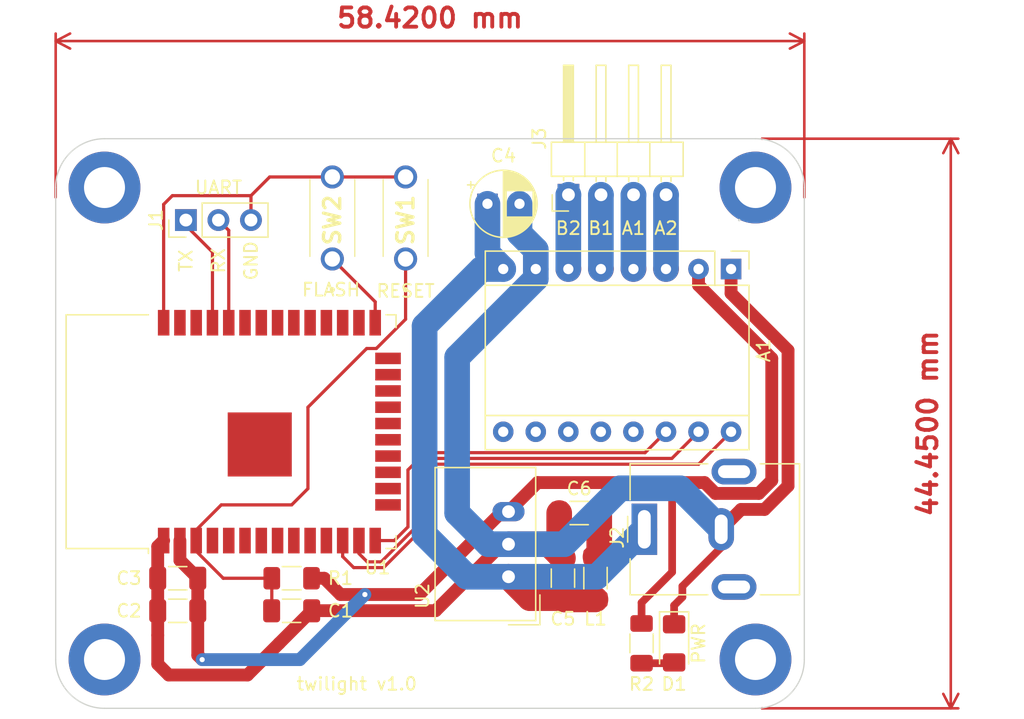
<source format=kicad_pcb>
(kicad_pcb (version 20211014) (generator pcbnew)
  (layers (0 "F.Cu" signal) (31 "B.Cu" signal) (34 "B.Paste" user) (35 "F.Paste" user) (36 "B.SilkS" user "B.Silkscreen") (37 "F.SilkS" user "F.Silkscreen") (38 "B.Mask" user) (39 "F.Mask" user) (44 "Edge.Cuts" user))
  (net 0 "")
  (net 1 "+12V")
  (net 2 "GND")
  (net 3 "+3V3")
  (net 6 "/A2")
  (net 8 "/A1")
  (net 10 "/B1")
  (net 12 "/B2")
  (net 13 "/SLP")
  (net 14 "/STEP")
  (net 15 "/DIR")
  (net 16 "Net-(C6-Pad1)")
  (net 17 "/TX")
  (net 18 "/RX")
  (net 19 "/EN")
  (net 36 "IO0")
  (net 48 "Net-(D1-Pad2)")
  (footprint "Module:Pololu_Breakout-16_15.2x20.3mm" (layer "F.Cu") (at 130.175 53.975 -90)
    (fp_text reference "A1" (at 6.35 -2.54 90) (layer "F.SilkS"))
    (fp_text value "Breakout_DRV8825")
    (fp_line (start 11.43 -1.4) (end 11.43 19.18) (layer "F.SilkS") (width 0.12))
    (fp_line (start 14.1 -1.4) (end 1.27 -1.4) (layer "F.SilkS") (width 0.12))
    (fp_line (start 1.27 -1.4) (end 1.27 1.27) (layer "F.SilkS") (width 0.12))
    (fp_line (start -1.4 19.18) (end 14.1 19.18) (layer "F.SilkS") (width 0.12))
    (fp_line (start 0 -1.4) (end -1.4 -1.4) (layer "F.SilkS") (width 0.12))
    (fp_line (start 1.27 1.27) (end 1.27 19.18) (layer "F.SilkS") (width 0.12))
    (fp_line (start -1.4 -1.4) (end -1.4 0) (layer "F.SilkS") (width 0.12))
    (fp_line (start -1.4 1.27) (end -1.4 19.18) (layer "F.SilkS") (width 0.12))
    (fp_line (start 14.1 19.18) (end 14.1 -1.4) (layer "F.SilkS") (width 0.12))
    (fp_line (start 1.27 1.27) (end -1.4 1.27) (layer "F.SilkS") (width 0.12))
    (pad "1" thru_hole rect (at 0 0 270) (size 1.6 1.6) (drill 0.8) (layers *.Cu *.Mask) (net 2 "GND"))
    (pad "2" thru_hole oval (at 0 2.54 270) (size 1.6 1.6) (drill 0.8) (layers *.Cu *.Mask) (net 3 "+3V3"))
    (pad "3" thru_hole oval (at 0 5.08 270) (size 1.6 1.6) (drill 0.8) (layers *.Cu *.Mask) (net 6 "/A2"))
    (pad "4" thru_hole oval (at 0 7.62 270) (size 1.6 1.6) (drill 0.8) (layers *.Cu *.Mask) (net 8 "/A1"))
    (pad "5" thru_hole oval (at 0 10.16 270) (size 1.6 1.6) (drill 0.8) (layers *.Cu *.Mask) (net 10 "/B1"))
    (pad "6" thru_hole oval (at 0 12.7 270) (size 1.6 1.6) (drill 0.8) (layers *.Cu *.Mask) (net 12 "/B2"))
    (pad "7" thru_hole oval (at 0 15.24 270) (size 1.6 1.6) (drill 0.8) (layers *.Cu *.Mask) (net 2 "GND"))
    (pad "8" thru_hole oval (at 0 17.78 270) (size 1.6 1.6) (drill 0.8) (layers *.Cu *.Mask) (net 1 "+12V"))
    (pad "9" thru_hole oval (at 12.7 17.78 270) (size 1.6 1.6) (drill 0.8) (layers *.Cu *.Mask))
    (pad "10" thru_hole oval (at 12.7 15.24 270) (size 1.6 1.6) (drill 0.8) (layers *.Cu *.Mask))
    (pad "11" thru_hole oval (at 12.7 12.7 270) (size 1.6 1.6) (drill 0.8) (layers *.Cu *.Mask))
    (pad "12" thru_hole oval (at 12.7 10.16 270) (size 1.6 1.6) (drill 0.8) (layers *.Cu *.Mask))
    (pad "13" thru_hole oval (at 12.7 7.62 270) (size 1.6 1.6) (drill 0.8) (layers *.Cu *.Mask))
    (pad "14" thru_hole oval (at 12.7 5.08 270) (size 1.6 1.6) (drill 0.8) (layers *.Cu *.Mask) (net 13 "/SLP"))
    (pad "15" thru_hole oval (at 12.7 2.54 270) (size 1.6 1.6) (drill 0.8) (layers *.Cu *.Mask) (net 14 "/STEP"))
    (pad "16" thru_hole oval (at 12.7 0 270) (size 1.6 1.6) (drill 0.8) (layers *.Cu *.Mask) (net 15 "/DIR"))
  )
  (footprint "LED_SMD:LED_1206_3216Metric_Pad1.42x1.75mm_HandSolder" (layer "F.Cu") (at 125.73 83.185 -90)
    (fp_text reference "D1" (at 3.175 0 180) (layer "F.SilkS"))
    (fp_text value "LED")
    (fp_line (start -2.46 -1.135) (end -2.46 1.135) (layer "F.SilkS") (width 0.12))
    (fp_line (start -2.46 1.135) (end 1.6 1.135) (layer "F.SilkS") (width 0.12))
    (fp_line (start 1.6 -1.135) (end -2.46 -1.135) (layer "F.SilkS") (width 0.12))
    (pad "1" smd roundrect (at -1.4875 0 270) (size 1.425 1.75) (layers "F.Cu" "F.Paste" "F.Mask") (roundrect_rratio 0.175439) (net 2 "GND"))
    (pad "2" smd roundrect (at 1.4875 0 270) (size 1.425 1.75) (layers "F.Cu" "F.Paste" "F.Mask") (roundrect_rratio 0.175439) (net 48 "Net-(D1-Pad2)"))
  )
  (footprint "Resistor_SMD:R_1206_3216Metric_Pad1.30x1.75mm_HandSolder" (layer "F.Cu") (at 123.19 83.185 -90)
    (fp_text reference "R2" (at 3.175 0 180) (layer "F.SilkS"))
    (fp_text value "650")
    (fp_line (start -0.727064 0.91) (end 0.727064 0.91) (layer "F.SilkS") (width 0.12))
    (fp_line (start -0.727064 -0.91) (end 0.727064 -0.91) (layer "F.SilkS") (width 0.12))
    (pad "1" smd roundrect (at -1.55 0 270) (size 1.3 1.75) (layers "F.Cu" "F.Paste" "F.Mask") (roundrect_rratio 0.192308) (net 3 "+3V3"))
    (pad "2" smd roundrect (at 1.55 0 270) (size 1.3 1.75) (layers "F.Cu" "F.Paste" "F.Mask") (roundrect_rratio 0.192308) (net 48 "Net-(D1-Pad2)"))
  )
  (footprint "MountingHole:MountingHole_3.2mm_M3_DIN965_Pad" (layer "F.Cu") (at 81.28 84.445)
    (fp_text reference "H3" hide)
    (fp_text value "MountingHole")
    (pad "1" thru_hole circle (at 0 0) (size 5.6 5.6) (drill 3.2) (layers *.Cu *.Mask))
  )
  (footprint "buttons:PTS636SK43LFS" (layer "F.Cu") (at 104.775 53.19 90)
    (fp_text reference "SW1" (at 3.035 0 90) (layer "F.SilkS") (effects (font (size 1.27 1.27) (thickness 0.254))))
    (fp_text value "RESET" hide)
    (fp_line (start 0.2 -1.75) (end 6.2 -1.75) (layer "F.SilkS") (width 0.1))
    (fp_line (start -2.3 0) (end -2.3 0) (layer "F.SilkS") (width 0.2))
    (fp_line (start 0.2 1.75) (end 6.2 1.75) (layer "F.SilkS") (width 0.1))
    (fp_line (start -2.5 0) (end -2.5 0) (layer "F.SilkS") (width 0.2))
    (fp_arc (start -2.5 0) (mid -2.4 -0.1) (end -2.3 0) (layer "F.SilkS") (width 0.2))
    (fp_arc (start -2.3 0) (mid -2.4 0.1) (end -2.5 0) (layer "F.SilkS") (width 0.2))
    (pad "1" thru_hole circle (at 0 0 90) (size 1.8 1.8) (drill 1.2) (layers *.Cu *.Mask) (net 19 "/EN"))
    (pad "2" thru_hole circle (at 6.4 0 90) (size 1.8 1.8) (drill 1.2) (layers *.Cu *.Mask) (net 2 "GND"))
  )
  (footprint "Capacitor_SMD:C_1206_3216Metric_Pad1.33x1.80mm_HandSolder" (layer "F.Cu") (at 118.325 73.015 180)
    (fp_text reference "C6" (at 0 1.905 180) (layer "F.SilkS"))
    (fp_text value "10uF")
    (fp_line (start -0.711252 0.91) (end 0.711252 0.91) (layer "F.SilkS") (width 0.12))
    (fp_line (start -0.711252 -0.91) (end 0.711252 -0.91) (layer "F.SilkS") (width 0.12))
    (pad "1" smd roundrect (at -1.5625 0 180) (size 1.325 1.8) (layers "F.Cu" "F.Paste" "F.Mask") (roundrect_rratio 0.188679) (net 16 "Net-(C6-Pad1)"))
    (pad "2" smd roundrect (at 1.5625 0 180) (size 1.325 1.8) (layers "F.Cu" "F.Paste" "F.Mask") (roundrect_rratio 0.188679) (net 2 "GND"))
  )
  (footprint "Inductor_SMD:L_1206_3216Metric_Pad1.22x1.90mm_HandSolder" (layer "F.Cu") (at 119.595 78.095 90)
    (fp_text reference "L1" (at -3.175 0 180) (layer "F.SilkS"))
    (fp_text value "5.6uH")
    (fp_line (start -0.835242 0.91) (end 0.835242 0.91) (layer "F.SilkS") (width 0.12))
    (fp_line (start -0.835242 -0.91) (end 0.835242 -0.91) (layer "F.SilkS") (width 0.12))
    (pad "1" smd roundrect (at -1.6625 0 90) (size 1.225 1.9) (layers "F.Cu" "F.Paste" "F.Mask") (roundrect_rratio 0.204082) (net 1 "+12V"))
    (pad "2" smd roundrect (at 1.6625 0 90) (size 1.225 1.9) (layers "F.Cu" "F.Paste" "F.Mask") (roundrect_rratio 0.204082) (net 16 "Net-(C6-Pad1)"))
  )
  (footprint "Capacitor_SMD:C_1206_3216Metric_Pad1.33x1.80mm_HandSolder" (layer "F.Cu") (at 117.055 78.095 90)
    (fp_text reference "C5" (at -3.175 0 180) (layer "F.SilkS"))
    (fp_text value "10uF")
    (fp_line (start -0.711252 0.91) (end 0.711252 0.91) (layer "F.SilkS") (width 0.12))
    (fp_line (start -0.711252 -0.91) (end 0.711252 -0.91) (layer "F.SilkS") (width 0.12))
    (pad "1" smd roundrect (at -1.5625 0 90) (size 1.325 1.8) (layers "F.Cu" "F.Paste" "F.Mask") (roundrect_rratio 0.188679) (net 1 "+12V"))
    (pad "2" smd roundrect (at 1.5625 0 90) (size 1.325 1.8) (layers "F.Cu" "F.Paste" "F.Mask") (roundrect_rratio 0.188679) (net 2 "GND"))
  )
  (footprint "Connector_BarrelJack:BarrelJack_CUI_PJ-063AH_Horizontal" (layer "F.Cu") (at 123.405 74.285 90)
    (fp_text reference "J2" (at -0.645 -2.12 90) (layer "F.SilkS"))
    (fp_text value "Barrel_Jack")
    (fp_line (start 5.11 -1.11) (end 5.11 4.95) (layer "F.SilkS") (width 0.12))
    (fp_line (start 5.11 9.05) (end 5.11 12.11) (layer "F.SilkS") (width 0.12))
    (fp_line (start -5.11 4.95) (end -5.11 -1.11) (layer "F.SilkS") (width 0.12))
    (fp_line (start -1 -1.3) (end 1 -1.3) (layer "F.SilkS") (width 0.12))
    (fp_line (start -5.11 -1.11) (end -2.3 -1.11) (layer "F.SilkS") (width 0.12))
    (fp_line (start -5.11 12.11) (end -5.11 9.05) (layer "F.SilkS") (width 0.12))
    (fp_line (start 5.11 12.11) (end -5.11 12.11) (layer "F.SilkS") (width 0.12))
    (fp_line (start 2.3 -1.11) (end 5.11 -1.11) (layer "F.SilkS") (width 0.12))
    (pad "" np_thru_hole circle (at 0 9 90) (size 1.6 1.6) (drill 1.6) (layers *.Cu *.Mask))
    (pad "1" thru_hole rect (at 0 0 90) (size 4 2) (drill oval 3 1) (layers *.Cu *.Mask) (net 1 "+12V"))
    (pad "2" thru_hole oval (at 0 6 90) (size 3.3 2) (drill oval 2.3 1) (layers *.Cu *.Mask) (net 2 "GND"))
    (pad "MP" thru_hole oval (at 4.5 7 90) (size 2 3.5) (drill oval 1 2.5) (layers *.Cu *.Mask))
    (pad "MP" thru_hole oval (at -4.5 7 90) (size 2 3.5) (drill oval 1 2.5) (layers *.Cu *.Mask))
  )
  (footprint "RF_Module:ESP32-WROOM-32" (layer "F.Cu") (at 94.15 66.665 90)
    (fp_text reference "U1" (at -10.61 8.43) (layer "F.SilkS"))
    (fp_text value "ESP32-WROOM-32")
    (fp_line (start 9.12 9.88) (end 8.12 9.88) (layer "F.SilkS") (width 0.12))
    (fp_line (start -9.12 -15.865) (end 9.12 -15.865) (layer "F.SilkS") (width 0.12))
    (fp_line (start -9.12 -9.445) (end -9.5 -9.445) (layer "F.SilkS") (width 0.12))
    (fp_line (start 9.12 9.1) (end 9.12 9.88) (layer "F.SilkS") (width 0.12))
    (fp_line (start -9.12 -15.865) (end -9.12 -9.445) (layer "F.SilkS") (width 0.12))
    (fp_line (start -9.12 9.1) (end -9.12 9.88) (layer "F.SilkS") (width 0.12))
    (fp_line (start 9.12 -15.865) (end 9.12 -9.445) (layer "F.SilkS") (width 0.12))
    (fp_line (start -9.12 9.88) (end -8.12 9.88) (layer "F.SilkS") (width 0.12))
    (pad "1" smd rect (at -8.5 -8.255 90) (size 2 0.9) (layers "F.Cu" "F.Paste" "F.Mask") (net 2 "GND"))
    (pad "2" smd rect (at -8.5 -6.985 90) (size 2 0.9) (layers "F.Cu" "F.Paste" "F.Mask") (net 3 "+3V3"))
    (pad "3" smd rect (at -8.5 -5.715 90) (size 2 0.9) (layers "F.Cu" "F.Paste" "F.Mask") (net 19 "/EN"))
    (pad "4" smd rect (at -8.5 -4.445 90) (size 2 0.9) (layers "F.Cu" "F.Paste" "F.Mask"))
    (pad "5" smd rect (at -8.5 -3.175 90) (size 2 0.9) (layers "F.Cu" "F.Paste" "F.Mask"))
    (pad "6" smd rect (at -8.5 -1.905 90) (size 2 0.9) (layers "F.Cu" "F.Paste" "F.Mask"))
    (pad "7" smd rect (at -8.5 -0.635 90) (size 2 0.9) (layers "F.Cu" "F.Paste" "F.Mask"))
    (pad "8" smd rect (at -8.5 0.635 90) (size 2 0.9) (layers "F.Cu" "F.Paste" "F.Mask"))
    (pad "9" smd rect (at -8.5 1.905 90) (size 2 0.9) (layers "F.Cu" "F.Paste" "F.Mask"))
    (pad "10" smd rect (at -8.5 3.175 90) (size 2 0.9) (layers "F.Cu" "F.Paste" "F.Mask"))
    (pad "11" smd rect (at -8.5 4.445 90) (size 2 0.9) (layers "F.Cu" "F.Paste" "F.Mask"))
    (pad "12" smd rect (at -8.5 5.715 90) (size 2 0.9) (layers "F.Cu" "F.Paste" "F.Mask") (net 15 "/DIR"))
    (pad "13" smd rect (at -8.5 6.985 90) (size 2 0.9) (layers "F.Cu" "F.Paste" "F.Mask") (net 14 "/STEP"))
    (pad "14" smd rect (at -8.5 8.255 90) (size 2 0.9) (layers "F.Cu" "F.Paste" "F.Mask") (net 13 "/SLP"))
    (pad "15" smd rect (at -5.715 9.255 180) (size 2 0.9) (layers "F.Cu" "F.Paste" "F.Mask") (net 2 "GND"))
    (pad "16" smd rect (at -4.445 9.255 180) (size 2 0.9) (layers "F.Cu" "F.Paste" "F.Mask"))
    (pad "17" smd rect (at -3.175 9.255 180) (size 2 0.9) (layers "F.Cu" "F.Paste" "F.Mask"))
    (pad "18" smd rect (at -1.905 9.255 180) (size 2 0.9) (layers "F.Cu" "F.Paste" "F.Mask"))
    (pad "19" smd rect (at -0.635 9.255 180) (size 2 0.9) (layers "F.Cu" "F.Paste" "F.Mask"))
    (pad "20" smd rect (at 0.635 9.255 180) (size 2 0.9) (layers "F.Cu" "F.Paste" "F.Mask"))
    (pad "21" smd rect (at 1.905 9.255 180) (size 2 0.9) (layers "F.Cu" "F.Paste" "F.Mask"))
    (pad "22" smd rect (at 3.175 9.255 180) (size 2 0.9) (layers "F.Cu" "F.Paste" "F.Mask"))
    (pad "23" smd rect (at 4.445 9.255 180) (size 2 0.9) (layers "F.Cu" "F.Paste" "F.Mask"))
    (pad "24" smd rect (at 5.715 9.255 180) (size 2 0.9) (layers "F.Cu" "F.Paste" "F.Mask"))
    (pad "25" smd rect (at 8.5 8.255 90) (size 2 0.9) (layers "F.Cu" "F.Paste" "F.Mask") (net 36 "IO0"))
    (pad "26" smd rect (at 8.5 6.985 90) (size 2 0.9) (layers "F.Cu" "F.Paste" "F.Mask"))
    (pad "27" smd rect (at 8.5 5.715 90) (size 2 0.9) (layers "F.Cu" "F.Paste" "F.Mask"))
    (pad "28" smd rect (at 8.5 4.445 90) (size 2 0.9) (layers "F.Cu" "F.Paste" "F.Mask"))
    (pad "29" smd rect (at 8.5 3.175 90) (size 2 0.9) (layers "F.Cu" "F.Paste" "F.Mask"))
    (pad "30" smd rect (at 8.5 1.905 90) (size 2 0.9) (layers "F.Cu" "F.Paste" "F.Mask"))
    (pad "31" smd rect (at 8.5 0.635 90) (size 2 0.9) (layers "F.Cu" "F.Paste" "F.Mask"))
    (pad "32" smd rect (at 8.5 -0.635 90) (size 2 0.9) (layers "F.Cu" "F.Paste" "F.Mask"))
    (pad "33" smd rect (at 8.5 -1.905 90) (size 2 0.9) (layers "F.Cu" "F.Paste" "F.Mask"))
    (pad "34" smd rect (at 8.5 -3.175 90) (size 2 0.9) (layers "F.Cu" "F.Paste" "F.Mask") (net 18 "/RX"))
    (pad "35" smd rect (at 8.5 -4.445 90) (size 2 0.9) (layers "F.Cu" "F.Paste" "F.Mask") (net 17 "/TX"))
    (pad "36" smd rect (at 8.5 -5.715 90) (size 2 0.9) (layers "F.Cu" "F.Paste" "F.Mask"))
    (pad "37" smd rect (at 8.5 -6.985 90) (size 2 0.9) (layers "F.Cu" "F.Paste" "F.Mask"))
    (pad "38" smd rect (at 8.5 -8.255 90) (size 2 0.9) (layers "F.Cu" "F.Paste" "F.Mask") (net 2 "GND"))
    (pad "39" smd rect (at -1 -0.755 90) (size 5 5) (layers "F.Cu" "F.Paste" "F.Mask") (net 2 "GND"))
  )
  (footprint "Capacitor_SMD:C_1206_3216Metric_Pad1.33x1.80mm_HandSolder" (layer "F.Cu") (at 86.995 78.105 180)
    (fp_text reference "C3" (at 3.81 0 180) (layer "F.SilkS"))
    (fp_text value "0.1uF")
    (fp_line (start -0.711252 0.91) (end 0.711252 0.91) (layer "F.SilkS") (width 0.12))
    (fp_line (start -0.711252 -0.91) (end 0.711252 -0.91) (layer "F.SilkS") (width 0.12))
    (pad "1" smd roundrect (at -1.5625 0 180) (size 1.325 1.8) (layers "F.Cu" "F.Paste" "F.Mask") (roundrect_rratio 0.188679) (net 3 "+3V3"))
    (pad "2" smd roundrect (at 1.5625 0 180) (size 1.325 1.8) (layers "F.Cu" "F.Paste" "F.Mask") (roundrect_rratio 0.188679) (net 2 "GND"))
  )
  (footprint "Capacitor_THT:CP_Radial_D5.0mm_P2.50mm" (layer "F.Cu") (at 111.165 48.885)
    (fp_text reference "C4" (at 1.25 -3.75) (layer "F.SilkS"))
    (fp_text value "100uF")
    (fp_line (start 3.011 1.04) (end 3.011 1.901) (layer "F.SilkS") (width 0.12))
    (fp_line (start 2.891 1.04) (end 2.891 2.004) (layer "F.SilkS") (width 0.12))
    (fp_line (start 3.291 -1.605) (end 3.291 -1.04) (layer "F.SilkS") (width 0.12))
    (fp_line (start 2.811 -2.065) (end 2.811 -1.04) (layer "F.SilkS") (width 0.12))
    (fp_line (start 1.81 -2.52) (end 1.81 -1.04) (layer "F.SilkS") (width 0.12))
    (fp_line (start 2.291 1.04) (end 2.291 2.365) (layer "F.SilkS") (width 0.12))
    (fp_line (start 2.731 -2.122) (end 2.731 -1.04) (layer "F.SilkS") (width 0.12))
    (fp_line (start 2.131 -2.428) (end 2.131 -1.04) (layer "F.SilkS") (width 0.12))
    (fp_line (start 1.85 1.04) (end 1.85 2.511) (layer "F.SilkS") (width 0.12))
    (fp_line (start 2.411 1.04) (end 2.411 2.31) (layer "F.SilkS") (width 0.12))
    (fp_line (start 2.171 1.04) (end 2.171 2.414) (layer "F.SilkS") (width 0.12))
    (fp_line (start 2.891 -2.004) (end 2.891 -1.04) (layer "F.SilkS") (width 0.12))
    (fp_line (start 1.53 1.04) (end 1.53 2.565) (layer "F.SilkS") (width 0.12))
    (fp_line (start 3.411 1.04) (end 3.411 1.443) (layer "F.SilkS") (width 0.12))
    (fp_line (start 1.45 -2.573) (end 1.45 2.573) (layer "F.SilkS") (width 0.12))
    (fp_line (start 2.651 1.04) (end 2.651 2.175) (layer "F.SilkS") (width 0.12))
    (fp_line (start 1.61 1.04) (end 1.61 2.556) (layer "F.SilkS") (width 0.12))
    (fp_line (start 2.171 -2.414) (end 2.171 -1.04) (layer "F.SilkS") (width 0.12))
    (fp_line (start 3.171 -1.743) (end 3.171 -1.04) (layer "F.SilkS") (width 0.12))
    (fp_line (start 3.531 -1.251) (end 3.531 -1.04) (layer "F.SilkS") (width 0.12))
    (fp_line (start 2.451 -2.29) (end 2.451 -1.04) (layer "F.SilkS") (width 0.12))
    (fp_line (start 3.451 1.04) (end 3.451 1.383) (layer "F.SilkS") (width 0.12))
    (fp_line (start 3.691 -0.915) (end 3.691 0.915) (layer "F.SilkS") (width 0.12))
    (fp_line (start 2.531 1.04) (end 2.531 2.247) (layer "F.SilkS") (width 0.12))
    (fp_line (start 1.33 -2.579) (end 1.33 2.579) (layer "F.SilkS") (width 0.12))
    (fp_line (start 3.571 -1.178) (end 3.571 1.178) (layer "F.SilkS") (width 0.12))
    (fp_line (start 3.731 -0.805) (end 3.731 0.805) (layer "F.SilkS") (width 0.12))
    (fp_line (start 2.731 1.04) (end 2.731 2.122) (layer "F.SilkS") (width 0.12))
    (fp_line (start 2.931 1.04) (end 2.931 1.971) (layer "F.SilkS") (width 0.12))
    (fp_line (start 2.611 -2.2) (end 2.611 -1.04) (layer "F.SilkS") (width 0.12))
    (fp_line (start 3.251 -1.653) (end 3.251 -1.04) (layer "F.SilkS") (width 0.12))
    (fp_line (start 2.051 1.04) (end 2.051 2.455) (layer "F.SilkS") (width 0.12))
    (fp_line (start 3.131 -1.785) (end 3.131 -1.04) (layer "F.SilkS") (width 0.12))
    (fp_line (start 3.651 -1.011) (end 3.651 1.011) (layer "F.SilkS") (width 0.12))
    (fp_line (start 3.771 -0.677) (end 3.771 0.677) (layer "F.SilkS") (width 0.12))
    (fp_line (start 1.93 -2.491) (end 1.93 -1.04) (layer "F.SilkS") (width 0.12))
    (fp_line (start 2.211 -2.398) (end 2.211 -1.04) (layer "F.SilkS") (width 0.12))
    (fp_line (start 1.81 1.04) (end 1.81 2.52) (layer "F.SilkS") (width 0.12))
    (fp_line (start 2.771 1.04) (end 2.771 2.095) (layer "F.SilkS") (width 0.12))
    (fp_line (start 3.531 1.04) (end 3.531 1.251) (layer "F.SilkS") (width 0.12))
    (fp_line (start 3.491 -1.319) (end 3.491 -1.04) (layer "F.SilkS") (width 0.12))
    (fp_line (start 2.971 1.04) (end 2.971 1.937) (layer "F.SilkS") (width 0.12))
    (fp_line (start 3.611 -1.098) (end 3.611 1.098) (layer "F.SilkS") (width 0.12))
    (fp_line (start 2.491 -2.268) (end 2.491 -1.04) (layer "F.SilkS") (width 0.12))
    (fp_line (start 1.49 1.04) (end 1.49 2.569) (layer "F.SilkS") (width 0.12))
    (fp_line (start 3.411 -1.443) (end 3.411 -1.04) (layer "F.SilkS") (width 0.12))
    (fp_line (start 1.25 -2.58) (end 1.25 2.58) (layer "F.SilkS") (width 0.12))
    (fp_line (start 3.211 1.04) (end 3.211 1.699) (layer "F.SilkS") (width 0.12))
    (fp_line (start 3.171 1.04) (end 3.171 1.743) (layer "F.SilkS") (width 0.12))
    (fp_line (start 1.61 -2.556) (end 1.61 -1.04) (layer "F.SilkS") (width 0.12))
    (fp_line (start 3.371 1.04) (end 3.371 1.5) (layer "F.SilkS") (width 0.12))
    (fp_line (start 2.331 -2.348) (end 2.331 -1.04) (layer "F.SilkS") (width 0.12))
    (fp_line (start 3.451 -1.383) (end 3.451 -1.04) (layer "F.SilkS") (width 0.12))
    (fp_line (start 1.41 -2.576) (end 1.41 2.576) (layer "F.SilkS") (width 0.12))
    (fp_line (start 3.371 -1.5) (end 3.371 -1.04) (layer "F.SilkS") (width 0.12))
    (fp_line (start 1.53 -2.565) (end 1.53 -1.04) (layer "F.SilkS") (width 0.12))
    (fp_line (start 1.73 -2.536) (end 1.73 -1.04) (layer "F.SilkS") (width 0.12))
    (fp_line (start 2.491 1.04) (end 2.491 2.268) (layer "F.SilkS") (width 0.12))
    (fp_line (start 2.931 -1.971) (end 2.931 -1.04) (layer "F.SilkS") (width 0.12))
    (fp_line (start 1.57 1.04) (end 1.57 2.561) (layer "F.SilkS") (width 0.12))
    (fp_line (start 2.851 1.04) (end 2.851 2.035) (layer "F.SilkS") (width 0.12))
    (fp_line (start 2.971 -1.937) (end 2.971 -1.04) (layer "F.SilkS") (width 0.12))
    (fp_line (start 1.49 -2.569) (end 1.49 -1.04) (layer "F.SilkS") (width 0.12))
    (fp_line (start 3.051 1.04) (end 3.051 1.864) (layer "F.SilkS") (width 0.12))
    (fp_line (start 1.73 1.04) (end 1.73 2.536) (layer "F.SilkS") (width 0.12))
    (fp_line (start 3.491 1.04) (end 3.491 1.319) (layer "F.SilkS") (width 0.12))
    (fp_line (start 2.011 -2.468) (end 2.011 -1.04) (layer "F.SilkS") (width 0.12))
    (fp_line (start -1.554775 -1.475) (end -1.054775 -1.475) (layer "F.SilkS") (width 0.12))
    (fp_line (start 3.051 -1.864) (end 3.051 -1.04) (layer "F.SilkS") (width 0.12))
    (fp_line (start 1.89 -2.501) (end 1.89 -1.04) (layer "F.SilkS") (width 0.12))
    (fp_line (start 2.571 1.04) (end 2.571 2.224) (layer "F.SilkS") (width 0.12))
    (fp_line (start 2.371 1.04) (end 2.371 2.329) (layer "F.SilkS") (width 0.12))
    (fp_line (start 1.69 -2.543) (end 1.69 -1.04) (layer "F.SilkS") (width 0.12))
    (fp_line (start 3.251 1.04) (end 3.251 1.653) (layer "F.SilkS") (width 0.12))
    (fp_line (start 2.411 -2.31) (end 2.411 -1.04) (layer "F.SilkS") (width 0.12))
    (fp_line (start 3.331 1.04) (end 3.331 1.554) (layer "F.SilkS") (width 0.12))
    (fp_line (start 3.011 -1.901) (end 3.011 -1.04) (layer "F.SilkS") (width 0.12))
    (fp_line (start 2.291 -2.365) (end 2.291 -1.04) (layer "F.SilkS") (width 0.12))
    (fp_line (start 2.651 -2.175) (end 2.651 -1.04) (layer "F.SilkS") (width 0.12))
    (fp_line (start 2.691 1.04) (end 2.691 2.149) (layer "F.SilkS") (width 0.12))
    (fp_line (start 3.851 -0.284) (end 3.851 0.284) (layer "F.SilkS") (width 0.12))
    (fp_line (start 3.091 1.04) (end 3.091 1.826) (layer "F.SilkS") (width 0.12))
    (fp_line (start 3.091 -1.826) (end 3.091 -1.04) (layer "F.SilkS") (width 0.12))
    (fp_line (start 3.331 -1.554) (end 3.331 -1.04) (layer "F.SilkS") (width 0.12))
    (fp_line (start 2.611 1.04) (end 2.611 2.2) (layer "F.SilkS") (width 0.12))
    (fp_line (start 2.011 1.04) (end 2.011 2.468) (layer "F.SilkS") (width 0.12))
    (fp_line (start 1.57 -2.561) (end 1.57 -1.04) (layer "F.SilkS") (width 0.12))
    (fp_line (start 2.251 1.04) (end 2.251 2.382) (layer "F.SilkS") (width 0.12))
    (fp_line (start 2.371 -2.329) (end 2.371 -1.04) (layer "F.SilkS") (width 0.12))
    (fp_line (start 1.85 -2.511) (end 1.85 -1.04) (layer "F.SilkS") (width 0.12))
    (fp_line (start 3.131 1.04) (end 3.131 1.785) (layer "F.SilkS") (width 0.12))
    (fp_line (start 3.811 -0.518) (end 3.811 0.518) (layer "F.SilkS") (width 0.12))
    (fp_line (start 2.691 -2.149) (end 2.691 -1.04) (layer "F.SilkS") (width 0.12))
    (fp_line (start 2.091 1.04) (end 2.091 2.442) (layer "F.SilkS") (width 0.12))
    (fp_line (start 1.65 1.04) (end 1.65 2.55) (layer "F.SilkS") (width 0.12))
    (fp_line (start 2.851 -2.035) (end 2.851 -1.04) (layer "F.SilkS") (width 0.12))
    (fp_line (start 2.811 1.04) (end 2.811 2.065) (layer "F.SilkS") (width 0.12))
    (fp_line (start 2.571 -2.224) (end 2.571 -1.04) (layer "F.SilkS") (width 0.12))
    (fp_line (start 1.65 -2.55) (end 1.65 -1.04) (layer "F.SilkS") (width 0.12))
    (fp_line (start 2.331 1.04) (end 2.331 2.348) (layer "F.SilkS") (width 0.12))
    (fp_line (start 3.211 -1.699) (end 3.211 -1.04) (layer "F.SilkS") (width 0.12))
    (fp_line (start 1.37 -2.578) (end 1.37 2.578) (layer "F.SilkS") (width 0.12))
    (fp_line (start 2.531 -2.247) (end 2.531 -1.04) (layer "F.SilkS") (width 0.12))
    (fp_line (start -1.304775 -1.725) (end -1.304775 -1.225) (layer "F.SilkS") (width 0.12))
    (fp_line (start 2.051 -2.455) (end 2.051 -1.04) (layer "F.SilkS") (width 0.12))
    (fp_line (start 1.93 1.04) (end 1.93 2.491) (layer "F.SilkS") (width 0.12))
    (fp_line (start 2.091 -2.442) (end 2.091 -1.04) (layer "F.SilkS") (width 0.12))
    (fp_line (start 1.971 1.04) (end 1.971 2.48) (layer "F.SilkS") (width 0.12))
    (fp_line (start 1.77 1.04) (end 1.77 2.528) (layer "F.SilkS") (width 0.12))
    (fp_line (start 2.251 -2.382) (end 2.251 -1.04) (layer "F.SilkS") (width 0.12))
    (fp_line (start 1.89 1.04) (end 1.89 2.501) (layer "F.SilkS") (width 0.12))
    (fp_line (start 1.29 -2.58) (end 1.29 2.58) (layer "F.SilkS") (width 0.12))
    (fp_line (start 2.131 1.04) (end 2.131 2.428) (layer "F.SilkS") (width 0.12))
    (fp_line (start 2.771 -2.095) (end 2.771 -1.04) (layer "F.SilkS") (width 0.12))
    (fp_line (start 2.451 1.04) (end 2.451 2.29) (layer "F.SilkS") (width 0.12))
    (fp_line (start 3.291 1.04) (end 3.291 1.605) (layer "F.SilkS") (width 0.12))
    (fp_line (start 1.69 1.04) (end 1.69 2.543) (layer "F.SilkS") (width 0.12))
    (fp_line (start 2.211 1.04) (end 2.211 2.398) (layer "F.SilkS") (width 0.12))
    (fp_line (start 1.971 -2.48) (end 1.971 -1.04) (layer "F.SilkS") (width 0.12))
    (fp_line (start 1.77 -2.528) (end 1.77 -1.04) (layer "F.SilkS") (width 0.12))
    (fp_circle (center 1.25 0) (end 3.87 0) (layer "F.SilkS") (width 0.12) (fill none))
    (pad "1" thru_hole rect (at 0 0) (size 1.6 1.6) (drill 0.8) (layers *.Cu *.Mask) (net 1 "+12V"))
    (pad "2" thru_hole circle (at 2.5 0) (size 1.6 1.6) (drill 0.8) (layers *.Cu *.Mask) (net 2 "GND"))
  )
  (footprint "MountingHole:MountingHole_3.2mm_M3_DIN965_Pad" (layer "F.Cu") (at 81.28 47.615)
    (fp_text reference "H1" hide)
    (fp_text value "MountingHole")
    (pad "1" thru_hole circle (at 0 0) (size 5.6 5.6) (drill 3.2) (layers *.Cu *.Mask))
  )
  (footprint "Connector_PinHeader_2.54mm:PinHeader_1x03_P2.54mm_Vertical" (layer "F.Cu") (at 87.63 50.155 90)
    (fp_text reference "J1" (at 0 -2.33 90) (layer "F.SilkS"))
    (fp_text value "UART")
    (fp_line (start -1.33 -1.33) (end 0 -1.33) (layer "F.SilkS") (width 0.12))
    (fp_line (start -1.33 6.41) (end 1.33 6.41) (layer "F.SilkS") (width 0.12))
    (fp_line (start -1.33 1.27) (end 1.33 1.27) (layer "F.SilkS") (width 0.12))
    (fp_line (start -1.33 1.27) (end -1.33 6.41) (layer "F.SilkS") (width 0.12))
    (fp_line (start -1.33 0) (end -1.33 -1.33) (layer "F.SilkS") (width 0.12))
    (fp_line (start 1.33 1.27) (end 1.33 6.41) (layer "F.SilkS") (width 0.12))
    (pad "1" thru_hole rect (at 0 0 90) (size 1.7 1.7) (drill 1) (layers *.Cu *.Mask) (net 17 "/TX"))
    (pad "2" thru_hole oval (at 0 2.54 90) (size 1.7 1.7) (drill 1) (layers *.Cu *.Mask) (net 18 "/RX"))
    (pad "3" thru_hole oval (at 0 5.08 90) (size 1.7 1.7) (drill 1) (layers *.Cu *.Mask) (net 2 "GND"))
  )
  (footprint "Capacitor_SMD:C_1206_3216Metric_Pad1.33x1.80mm_HandSolder" (layer "F.Cu") (at 86.995 80.645 180)
    (fp_text reference "C2" (at 3.81 0 180) (layer "F.SilkS"))
    (fp_text value "10uF")
    (fp_line (start -0.711252 -0.91) (end 0.711252 -0.91) (layer "F.SilkS") (width 0.12))
    (fp_line (start -0.711252 0.91) (end 0.711252 0.91) (layer "F.SilkS") (width 0.12))
    (pad "1" smd roundrect (at -1.5625 0 180) (size 1.325 1.8) (layers "F.Cu" "F.Paste" "F.Mask") (roundrect_rratio 0.188679) (net 3 "+3V3"))
    (pad "2" smd roundrect (at 1.5625 0 180) (size 1.325 1.8) (layers "F.Cu" "F.Paste" "F.Mask") (roundrect_rratio 0.188679) (net 2 "GND"))
  )
  (footprint "MountingHole:MountingHole_3.2mm_M3_DIN965_Pad" (layer "F.Cu") (at 132.08 47.615)
    (fp_text reference "H2" hide)
    (fp_text value "MountingHole")
    (pad "1" thru_hole circle (at 0 0) (size 5.6 5.6) (drill 3.2) (layers *.Cu *.Mask))
  )
  (footprint "MountingHole:MountingHole_3.2mm_M3_DIN965_Pad" (layer "F.Cu") (at 132.08 84.445)
    (fp_text reference "H4" hide)
    (fp_text value "MountingHole")
    (pad "1" thru_hole circle (at 0 0) (size 5.6 5.6) (drill 3.2) (layers *.Cu *.Mask))
  )
  (footprint "Resistor_SMD:R_1206_3216Metric_Pad1.30x1.75mm_HandSolder" (layer "F.Cu") (at 95.885 78.105 180)
    (fp_text reference "R1" (at -3.81 0 180) (layer "F.SilkS"))
    (fp_text value "10k ")
    (fp_line (start -0.727064 -0.91) (end 0.727064 -0.91) (layer "F.SilkS") (width 0.12))
    (fp_line (start -0.727064 0.91) (end 0.727064 0.91) (layer "F.SilkS") (width 0.12))
    (pad "1" smd roundrect (at -1.55 0 180) (size 1.3 1.75) (layers "F.Cu" "F.Paste" "F.Mask") (roundrect_rratio 0.192308) (net 3 "+3V3"))
    (pad "2" smd roundrect (at 1.55 0 180) (size 1.3 1.75) (layers "F.Cu" "F.Paste" "F.Mask") (roundrect_rratio 0.192308) (net 19 "/EN"))
  )
  (footprint "Connector_PinHeader_2.54mm:PinHeader_1x04_P2.54mm_Horizontal" (layer "F.Cu") (at 117.485 48.18 90)
    (fp_text reference "J3" (at 4.385 -2.27 90) (layer "F.SilkS"))
    (fp_text value "Stepper")
    (fp_line (start 4.1 7.24) (end 10.1 7.24) (layer "F.SilkS") (width 0.12))
    (fp_line (start 10.1 7.24) (end 10.1 8) (layer "F.SilkS") (width 0.12))
    (fp_line (start 10.1 2.16) (end 10.1 2.92) (layer "F.SilkS") (width 0.12))
    (fp_line (start 4.1 -0.08) (end 10.1 -0.08) (layer "F.SilkS") (width 0.12))
    (fp_line (start 10.1 -0.38) (end 10.1 0.38) (layer "F.SilkS") (width 0.12))
    (fp_line (start 1.11 -0.38) (end 1.44 -0.38) (layer "F.SilkS") (width 0.12))
    (fp_line (start 10.1 2.92) (end 4.1 2.92) (layer "F.SilkS") (width 0.12))
    (fp_line (start 10.1 4.7) (end 10.1 5.46) (layer "F.SilkS") (width 0.12))
    (fp_line (start 1.042929 5.46) (end 1.44 5.46) (layer "F.SilkS") (width 0.12))
    (fp_line (start 4.1 2.16) (end 10.1 2.16) (layer "F.SilkS") (width 0.12))
    (fp_line (start 10.1 8) (end 4.1 8) (layer "F.SilkS") (width 0.12))
    (fp_line (start 1.042929 4.7) (end 1.44 4.7) (layer "F.SilkS") (width 0.12))
    (fp_line (start 1.44 -1.33) (end 1.44 8.95) (layer "F.SilkS") (width 0.12))
    (fp_line (start 4.1 8.95) (end 4.1 -1.33) (layer "F.SilkS") (width 0.12))
    (fp_line (start 1.44 8.95) (end 4.1 8.95) (layer "F.SilkS") (width 0.12))
    (fp_line (start 10.1 0.38) (end 4.1 0.38) (layer "F.SilkS") (width 0.12))
    (fp_line (start 1.44 3.81) (end 4.1 3.81) (layer "F.SilkS") (width 0.12))
    (fp_line (start 1.44 6.35) (end 4.1 6.35) (layer "F.SilkS") (width 0.12))
    (fp_line (start 4.1 4.7) (end 10.1 4.7) (layer "F.SilkS") (width 0.12))
    (fp_line (start 4.1 -0.32) (end 10.1 -0.32) (layer "F.SilkS") (width 0.12))
    (fp_line (start 4.1 -1.33) (end 1.44 -1.33) (layer "F.SilkS") (width 0.12))
    (fp_line (start 4.1 -0.2) (end 10.1 -0.2) (layer "F.SilkS") (width 0.12))
    (fp_line (start 4.1 0.28) (end 10.1 0.28) (layer "F.SilkS") (width 0.12))
    (fp_line (start 4.1 -0.38) (end 10.1 -0.38) (layer "F.SilkS") (width 0.12))
    (fp_line (start -1.27 -1.27) (end 0 -1.27) (layer "F.SilkS") (width 0.12))
    (fp_line (start 1.042929 7.24) (end 1.44 7.24) (layer "F.SilkS") (width 0.12))
    (fp_line (start 1.042929 8) (end 1.44 8) (layer "F.SilkS") (width 0.12))
    (fp_line (start 1.042929 2.16) (end 1.44 2.16) (layer "F.SilkS") (width 0.12))
    (fp_line (start 4.1 0.04) (end 10.1 0.04) (layer "F.SilkS") (width 0.12))
    (fp_line (start 10.1 5.46) (end 4.1 5.46) (layer "F.SilkS") (width 0.12))
    (fp_line (start 1.44 1.27) (end 4.1 1.27) (layer "F.SilkS") (width 0.12))
    (fp_line (start 4.1 0.16) (end 10.1 0.16) (layer "F.SilkS") (width 0.12))
    (fp_line (start 1.11 0.38) (end 1.44 0.38) (layer "F.SilkS") (width 0.12))
    (fp_line (start -1.27 0) (end -1.27 -1.27) (layer "F.SilkS") (width 0.12))
    (fp_line (start 1.042929 2.92) (end 1.44 2.92) (layer "F.SilkS") (width 0.12))
    (pad "1" thru_hole rect (at 0 0 90) (size 1.7 1.7) (drill 1) (layers *.Cu *.Mask) (net 12 "/B2"))
    (pad "2" thru_hole oval (at 0 2.54 90) (size 1.7 1.7) (drill 1) (layers *.Cu *.Mask) (net 10 "/B1"))
    (pad "3" thru_hole oval (at 0 5.08 90) (size 1.7 1.7) (drill 1) (layers *.Cu *.Mask) (net 8 "/A1"))
    (pad "4" thru_hole oval (at 0 7.62 90) (size 1.7 1.7) (drill 1) (layers *.Cu *.Mask) (net 6 "/A2"))
  )
  (footprint "Converter_DCDC:Converter_DCDC_TRACO_TSR-1_THT" (layer "F.Cu") (at 112.8075 77.9875 90)
    (fp_text reference "U2" (at -1.5 -6.71 90) (layer "F.SilkS"))
    (fp_text value "TSR_1-2433")
    (fp_line (start -3.75 0) (end -3.75 2.45) (layer "F.SilkS") (width 0.12))
    (fp_line (start -3.42 -5.73) (end 8.52 -5.73) (layer "F.SilkS") (width 0.12))
    (fp_line (start -3.42 2.12) (end -3.42 -5.73) (layer "F.SilkS") (width 0.12))
    (fp_line (start -3.75 2.45) (end -1.42 2.45) (layer "F.SilkS") (width 0.12))
    (fp_line (start 8.52 -5.73) (end 8.52 2.12) (layer "F.SilkS") (width 0.12))
    (fp_line (start 8.52 2.12) (end -3.42 2.12) (layer "F.SilkS") (width 0.12))
    (pad "1" thru_hole rect (at 0 0 90) (size 1.5 2.5) (drill 1) (layers *.Cu *.Mask) (net 1 "+12V"))
    (pad "2" thru_hole oval (at 2.54 0 90) (size 1.5 2.5) (drill 1) (layers *.Cu *.Mask) (net 2 "GND"))
    (pad "3" thru_hole oval (at 5.08 0 90) (size 1.5 2.5) (drill 1) (layers *.Cu *.Mask) (net 3 "+3V3"))
  )
  (footprint "Capacitor_SMD:C_1206_3216Metric_Pad1.33x1.80mm_HandSolder" (layer "F.Cu") (at 95.885 80.645)
    (fp_text reference "C1" (at 3.81 0 180) (layer "F.SilkS"))
    (fp_text value "0.1uF")
    (fp_line (start -0.711252 0.91) (end 0.711252 0.91) (layer "F.SilkS") (width 0.12))
    (fp_line (start -0.711252 -0.91) (end 0.711252 -0.91) (layer "F.SilkS") (width 0.12))
    (pad "1" smd roundrect (at -1.5625 0) (size 1.325 1.8) (layers "F.Cu" "F.Paste" "F.Mask") (roundrect_rratio 0.188679) (net 19 "/EN"))
    (pad "2" smd roundrect (at 1.5625 0) (size 1.325 1.8) (layers "F.Cu" "F.Paste" "F.Mask") (roundrect_rratio 0.188679) (net 2 "GND"))
  )
  (footprint "buttons:PTS636SK43LFS" (layer "F.Cu") (at 99.06 53.19 90)
    (fp_text reference "SW2" (at 3.035 0 90) (layer "F.SilkS") (effects (font (size 1.27 1.27) (thickness 0.254))))
    (fp_text value "FLASH" hide)
    (fp_line (start -2.5 0) (end -2.5 0) (layer "F.SilkS") (width 0.2))
    (fp_line (start 0.2 1.75) (end 6.2 1.75) (layer "F.SilkS") (width 0.1))
    (fp_line (start 0.2 -1.75) (end 6.2 -1.75) (layer "F.SilkS") (width 0.1))
    (fp_line (start -2.3 0) (end -2.3 0) (layer "F.SilkS") (width 0.2))
    (fp_arc (start -2.5 0) (mid -2.4 -0.1) (end -2.3 0) (layer "F.SilkS") (width 0.2))
    (fp_arc (start -2.3 0) (mid -2.4 0.1) (end -2.5 0) (layer "F.SilkS") (width 0.2))
    (pad "1" thru_hole circle (at 0 0 90) (size 1.8 1.8) (drill 1.2) (layers *.Cu *.Mask) (net 36 "IO0"))
    (pad "2" thru_hole circle (at 6.4 0 90) (size 1.8 1.8) (drill 1.2) (layers *.Cu *.Mask) (net 2 "GND"))
  )
  (gr_circle (center 130.81 50.155) (end 130.81 50.155) (layer "Edge.Cuts") (width 0.1) (fill none))
  (gr_arc (start 81.28 88.255) (mid 78.585923 87.139077) (end 77.47 84.445) (layer "Edge.Cuts") (width 0.1))
  (gr_arc (start 132.08 43.805) (mid 134.774077 44.920923) (end 135.89 47.615) (layer "Edge.Cuts") (width 0.1))
  (gr_arc (start 77.47 47.615) (mid 78.585923 44.920923) (end 81.28 43.805) (layer "Edge.Cuts") (width 0.1))
  (gr_line (start 77.47 47.615) (end 77.47 84.445) (layer "Edge.Cuts") (width 0.1))
  (gr_line (start 135.89 84.445) (end 135.89 47.615) (layer "Edge.Cuts") (width 0.1))
  (gr_line (start 81.28 88.255) (end 132.08 88.255) (layer "Edge.Cuts") (width 0.1))
  (gr_line (start 132.08 43.805) (end 81.28 43.805) (layer "Edge.Cuts") (width 0.1))
  (gr_arc (start 135.89 84.445) (mid 134.774077 87.139077) (end 132.08 88.255) (layer "Edge.Cuts") (width 0.1))
  (gr_text "GND" (at 92.71 53.33 90) (layer "F.SilkS") (effects (font (size 1 1))))
  (gr_text "RESET" (at 104.775 55.69) (layer "F.SilkS") (effects (font (size 1 1))))
  (gr_text "A1" (at 122.555 50.79) (layer "F.SilkS") (effects (font (size 1 1))))
  (gr_text "TX" (at 87.63 53.33 90) (layer "F.SilkS") (effects (font (size 1 1))))
  (gr_text "B1" (at 120.015 50.79) (layer "F.SilkS") (effects (font (size 1 1))))
  (gr_text "RX" (at 90.17 53.33 90) (layer "F.SilkS") (effects (font (size 1 1))))
  (gr_text "UART" (at 90.17 47.615) (layer "F.SilkS") (effects (font (size 1 1))))
  (gr_text "A2" (at 125.095 50.79) (layer "F.SilkS") (effects (font (size 1 1))))
  (gr_text "FLASH" (at 98.96 55.59) (layer "F.SilkS") (effects (font (size 1 1))))
  (gr_text "B2" (at 117.475 50.79) (layer "F.SilkS") (effects (font (size 1 1))))
  (gr_text "twilight v1.0" (at 100.965 86.35) (layer "F.SilkS") (effects (font (size 1 1))))
  (gr_text "PWR" (at 127.635 83.185 90) (layer "F.SilkS") (effects (font (size 1 1))))
  (dimension (type aligned) (layer "F.Cu") (pts (xy 132.08 43.805) (xy 132.08 88.255)) (height -15.24) (gr_text "44.4500 mm" (at 145.52 66.03 90) (layer "F.Cu") (effects (font (size 1.5 1.5) (thickness 0.3)))) (format (units 3) (units_format 1) (precision 4)) (style (thickness 0.2) (arrow_length 1.27) (text_position_mode 0) (extension_height 0.58642) (extension_offset 0.5) keep_text_aligned))
  (dimension (type aligned) (layer "F.Cu") (pts (xy 77.47 48.885) (xy 135.89 48.885)) (height -12.7) (gr_text "58.4200 mm" (at 106.68 34.385) (layer "F.Cu") (effects (font (size 1.5 1.5) (thickness 0.3)))) (format (units 3) (units_format 1) (precision 4)) (style (thickness 0.2) (arrow_length 1.27) (text_position_mode 0) (extension_height 0.58642) (extension_offset 0.5) keep_text_aligned))
  (segment (start 114.4775 79.6575) (end 112.8075 77.9875) (width 2) (layer "F.Cu") (net 1))
  (segment (start 117.055 79.6575) (end 114.4775 79.6575) (width 2) (layer "F.Cu") (net 1))
  (segment (start 117.155 79.7575) (end 117.055 79.6575) (width 2) (layer "F.Cu") (net 1))
  (segment (start 119.595 79.7575) (end 117.155 79.7575) (width 2) (layer "F.Cu") (net 1))
  (segment (start 112.395 53.975) (end 111.165 52.745) (width 2) (layer "B.Cu") (net 1))
  (segment (start 112.8075 77.9875) (end 109.5575 77.9875) (width 2) (layer "B.Cu") (net 1))
  (segment (start 123.405 74.285) (end 119.7025 77.9875) (width 2) (layer "B.Cu") (net 1))
  (segment (start 106.26 74.69) (end 106.26 58.41) (width 2) (layer "B.Cu") (net 1))
  (segment (start 119.7025 77.9875) (end 112.8075 77.9875) (width 2) (layer "B.Cu") (net 1))
  (segment (start 106.26 58.41) (end 110.695 53.975) (width 2) (layer "B.Cu") (net 1))
  (segment (start 110.695 53.975) (end 112.395 53.975) (width 2) (layer "B.Cu") (net 1))
  (segment (start 111.165 52.745) (end 111.165 48.885) (width 2) (layer "B.Cu") (net 1))
  (segment (start 109.5575 77.9875) (end 106.26 74.69) (width 2) (layer "B.Cu") (net 1))
  (segment (start 85.4325 78.095) (end 85.4325 75.6275) (width 1) (layer "F.Cu") (net 2))
  (segment (start 92.71 50.155) (end 92.71 48.25) (width 0.25) (layer "F.Cu") (net 2))
  (segment (start 85.4325 75.6275) (end 85.895 75.165) (width 1) (layer "F.Cu") (net 2))
  (segment (start 134.62 70.901377) (end 134.62 60.32) (width 1) (layer "F.Cu") (net 2))
  (segment (start 94.9075 83.185) (end 92.43798 85.65452) (width 1) (layer "F.Cu") (net 2))
  (segment (start 116.7625 76.24) (end 115.97 75.4475) (width 2) (layer "F.Cu") (net 2))
  (segment (start 130.954521 72.735479) (end 132.785898 72.735479) (width 1) (layer "F.Cu") (net 2))
  (segment (start 112.3075 75.4475) (end 107.12 80.635) (width 1) (layer "F.Cu") (net 2))
  (segment (start 86.575 48.25) (end 85.895 48.93) (width 0.25) (layer "F.Cu") (net 2))
  (segment (start 107.12 80.635) (end 97.4575 80.635) (width 1) (layer "F.Cu") (net 2))
  (segment (start 130.175 55.875) (end 130.175 53.975) (width 1) (layer "F.Cu") (net 2))
  (segment (start 116.7625 76.24) (end 117.055 76.5325) (width 2) (layer "F.Cu") (net 2))
  (segment (start 129.405 75.7) (end 129.405 74.285) (width 0.6) (layer "F.Cu") (net 2))
  (segment (start 97.4575 80.635) (end 94.9075 83.185) (width 1) (layer "F.Cu") (net 2))
  (segment (start 126.375278 79.580414) (end 126.375278 78.729722) (width 0.6) (layer "F.Cu") (net 2))
  (segment (start 92.43798 85.65452) (end 86.28952 85.65452) (width 1) (layer "F.Cu") (net 2))
  (segment (start 94.17 46.79) (end 92.71 48.25) (width 0.25) (layer "F.Cu") (net 2))
  (segment (start 126.375278 78.729722) (end 129.405 75.7) (width 0.6) (layer "F.Cu") (net 2))
  (segment (start 99.06 46.79) (end 104.775 46.79) (width 0.25) (layer "F.Cu") (net 2))
  (segment (start 115.97 75.4475) (end 112.8075 75.4475) (width 2) (layer "F.Cu") (net 2))
  (segment (start 134.62 60.32) (end 130.175 55.875) (width 1) (layer "F.Cu") (net 2))
  (segment (start 116.7625 73.015) (end 116.7625 76.24) (width 2) (layer "F.Cu") (net 2))
  (segment (start 125.73 80.225692) (end 126.375278 79.580414) (width 0.6) (layer "F.Cu") (net 2))
  (segment (start 85.4325 84.7975) (end 85.4325 82.55) (width 1) (layer "F.Cu") (net 2))
  (segment (start 86.28952 85.65452) (end 85.4325 84.7975) (width 1) (layer "F.Cu") (net 2))
  (segment (start 99.06 46.79) (end 94.17 46.79) (width 0.25) (layer "F.Cu") (net 2))
  (segment (start 129.405 74.285) (end 130.954521 72.735479) (width 1) (layer "F.Cu") (net 2))
  (segment (start 92.71 48.25) (end 86.575 48.25) (width 0.25) (layer "F.Cu") (net 2))
  (segment (start 125.73 81.6975) (end 125.73 80.225692) (width 0.6) (layer "F.Cu") (net 2))
  (segment (start 85.4325 82.55) (end 85.4325 78.095) (width 1) (layer "F.Cu") (net 2))
  (segment (start 132.785898 72.735479) (end 134.62 70.901377) (width 1) (layer "F.Cu") (net 2))
  (segment (start 112.8075 75.4475) (end 112.3075 75.4475) (width 1) (layer "F.Cu") (net 2))
  (segment (start 85.895 48.93) (end 85.895 58.165) (width 0.25) (layer "F.Cu") (net 2))
  (segment (start 113.665 51.21) (end 113.665 48.885) (width 2) (layer "B.Cu") (net 2))
  (segment (start 121.524511 71.085489) (end 117.1625 75.4475) (width 2) (layer "B.Cu") (net 2))
  (segment (start 117.1625 75.4475) (end 112.8075 75.4475) (width 2) (layer "B.Cu") (net 2))
  (segment (start 108.8 73.015) (end 108.8 60.864093) (width 2) (layer "B.Cu") (net 2))
  (segment (start 112.8075 75.4475) (end 111.2325 75.4475) (width 2) (layer "B.Cu") (net 2))
  (segment (start 114.935 53.975) (end 114.935 52.48) (width 2) (layer "B.Cu") (net 2))
  (segment (start 114.935 52.48) (end 113.665 51.21) (width 2) (layer "B.Cu") (net 2))
  (segment (start 114.935 54.729093) (end 114.935 53.975) (width 2) (layer "B.Cu") (net 2))
  (segment (start 108.8 60.864093) (end 114.935 54.729093) (width 2) (layer "B.Cu") (net 2))
  (segment (start 129.405 74.285) (end 126.205489 71.085489) (width 2) (layer "B.Cu") (net 2))
  (segment (start 126.205489 71.085489) (end 121.524511 71.085489) (width 2) (layer "B.Cu") (net 2))
  (segment (start 111.2325 75.4475) (end 108.8 73.015) (width 2) (layer "B.Cu") (net 2))
  (segment (start 132.34048 71.48452) (end 133.35 70.475) (width 1) (layer "F.Cu") (net 3))
  (segment (start 101.6 79.375) (end 105.84 79.375) (width 1) (layer "F.Cu") (net 3))
  (segment (start 125.575758 70.639242) (end 128.105758 70.639242) (width 1) (layer "F.Cu") (net 3))
  (segment (start 101.6 79.375) (end 99.695 79.375) (width 1) (layer "F.Cu") (net 3))
  (segment (start 133.35 70.475) (end 133.35 60.95) (width 1) (layer "F.Cu") (net 3))
  (segment (start 88.5575 78.095) (end 88.5575 80.635) (width 1) (layer "F.Cu") (net 3))
  (segment (start 87.165 76.7025) (end 88.5575 78.095) (width 1) (layer "F.Cu") (net 3))
  (segment (start 123.19 80.01) (end 123.19 81.635) (width 0.6) (layer "F.Cu") (net 3))
  (segment (start 98.425 78.105) (end 97.435 78.105) (width 1) (layer "F.Cu") (net 3))
  (segment (start 115.075758 70.639242) (end 125.575758 70.639242) (width 1) (layer "F.Cu") (net 3))
  (segment (start 105.84 79.375) (end 112.3075 72.9075) (width 1) (layer "F.Cu") (net 3))
  (segment (start 125.575758 77.624242) (end 123.19 80.01) (width 0.6) (layer "F.Cu") (net 3))
  (segment (start 112.3075 72.9075) (end 112.8075 72.9075) (width 1) (layer "F.Cu") (net 3))
  (segment (start 128.951036 71.48452) (end 132.34048 71.48452) (width 1) (layer "F.Cu") (net 3))
  (segment (start 99.695 79.375) (end 98.425 78.105) (width 1) (layer "F.Cu") (net 3))
  (segment (start 133.35 60.95) (end 127.635 55.235) (width 1) (layer "F.Cu") (net 3))
  (segment (start 112.8075 72.9075) (end 115.075758 70.639242) (width 1) (layer "F.Cu") (net 3))
  (segment (start 88.5575 84.1125) (end 88.5575 80.635) (width 1) (layer "F.Cu") (net 3))
  (segment (start 127.635 55.235) (end 127.635 53.975) (width 1) (layer "F.Cu") (net 3))
  (segment (start 88.9 84.455) (end 88.5575 84.1125) (width 1) (layer "F.Cu") (net 3))
  (segment (start 87.165 75.165) (end 87.165 76.7025) (width 1) (layer "F.Cu") (net 3))
  (segment (start 125.575758 70.639242) (end 125.575758 77.624242) (width 0.6) (layer "F.Cu") (net 3))
  (segment (start 128.105758 70.639242) (end 128.951036 71.48452) (width 1) (layer "F.Cu") (net 3))
  (via (at 88.9 84.455) (size 0.8) (drill 0.4) (layers "F.Cu" "B.Cu") (net 3))
  (via (at 101.6 79.375) (size 0.8) (drill 0.4) (layers "F.Cu" "B.Cu") (net 3))
  (segment (start 101.6 79.375) (end 96.52 84.455) (width 1) (layer "B.Cu") (net 3))
  (segment (start 96.52 84.455) (end 88.9 84.455) (width 1) (layer "B.Cu") (net 3))
  (segment (start 125.105 53.965) (end 125.095 53.975) (width 2) (layer "F.Cu") (net 6))
  (segment (start 125.095 53.975) (end 125.095 48.19) (width 2) (layer "B.Cu") (net 6))
  (segment (start 125.095 48.19) (end 125.105 48.18) (width 2) (layer "B.Cu") (net 6))
  (segment (start 122.565 53.965) (end 122.555 53.975) (width 2) (layer "F.Cu") (net 8))
  (segment (start 122.555 53.975) (end 122.555 48.19) (width 2) (layer "B.Cu") (net 8))
  (segment (start 122.555 48.19) (end 122.565 48.18) (width 2) (layer "B.Cu") (net 8))
  (segment (start 120.025 53.965) (end 120.015 53.975) (width 2) (layer "F.Cu") (net 10))
  (segment (start 120.015 53.975) (end 120.015 48.19) (width 2) (layer "B.Cu") (net 10))
  (segment (start 120.015 48.19) (end 120.025 48.18) (width 2) (layer "B.Cu") (net 10))
  (segment (start 117.485 53.965) (end 117.475 53.975) (width 2) (layer "F.Cu") (net 12))
  (segment (start 117.475 48.19) (end 117.485 48.18) (width 2) (layer "B.Cu") (net 12))
  (segment (start 117.475 53.975) (end 117.475 48.19) (width 2) (layer "B.Cu") (net 12))
  (segment (start 103.894282 75.165) (end 104.96048 74.098802) (width 0.25) (layer "F.Cu") (net 13))
  (segment (start 123.46404 68.30596) (end 125.095 66.675) (width 0.25) (layer "F.Cu") (net 13))
  (segment (start 106.683469 68.302491) (end 106.686938 68.30596) (width 0.25) (layer "F.Cu") (net 13))
  (segment (start 104.96048 69.653084) (end 106.311073 68.302491) (width 0.25) (layer "F.Cu") (net 13))
  (segment (start 104.96048 74.098802) (end 104.96048 69.653084) (width 0.25) (layer "F.Cu") (net 13))
  (segment (start 102.405 75.165) (end 103.894282 75.165) (width 0.25) (layer "F.Cu") (net 13))
  (segment (start 106.686938 68.30596) (end 123.46404 68.30596) (width 0.25) (layer "F.Cu") (net 13))
  (segment (start 106.311073 68.302491) (end 106.683469 68.302491) (width 0.25) (layer "F.Cu") (net 13))
  (segment (start 106.500741 68.75548) (end 125.55452 68.75548) (width 0.25) (layer "F.Cu") (net 14))
  (segment (start 101.135 76.177011) (end 101.782989 76.825) (width 0.25) (layer "F.Cu") (net 14))
  (segment (start 102.869999 76.825) (end 105.41 74.285) (width 0.25) (layer "F.Cu") (net 14))
  (segment (start 101.782989 76.825) (end 102.869999 76.825) (width 0.25) (layer "F.Cu") (net 14))
  (segment (start 105.41 74.285) (end 105.41 69.839282) (width 0.25) (layer "F.Cu") (net 14))
  (segment (start 105.41 69.839282) (end 106.497271 68.752011) (width 0.25) (layer "F.Cu") (net 14))
  (segment (start 125.55452 68.75548) (end 127.635 66.675) (width 0.25) (layer "F.Cu") (net 14))
  (segment (start 101.135 75.165) (end 101.135 76.177011) (width 0.25) (layer "F.Cu") (net 14))
  (segment (start 106.497271 68.752011) (end 106.500741 68.75548) (width 0.25) (layer "F.Cu") (net 14))
  (segment (start 105.85952 74.471197) (end 105.85952 70.02548) (width 0.25) (layer "F.Cu") (net 15))
  (segment (start 106.68 69.205) (end 127.645 69.205) (width 0.25) (layer "F.Cu") (net 15))
  (segment (start 99.865 75.165) (end 99.865 76.415) (width 0.25) (layer "F.Cu") (net 15))
  (segment (start 100.72452 77.27452) (end 103.056197 77.27452) (width 0.25) (layer "F.Cu") (net 15))
  (segment (start 103.056197 77.27452) (end 105.85952 74.471197) (width 0.25) (layer "F.Cu") (net 15))
  (segment (start 99.865 76.415) (end 100.72452 77.27452) (width 0.25) (layer "F.Cu") (net 15))
  (segment (start 105.85952 70.02548) (end 106.68 69.205) (width 0.25) (layer "F.Cu") (net 15))
  (segment (start 127.645 69.205) (end 130.175 66.675) (width 0.25) (layer "F.Cu") (net 15))
  (segment (start 119.8875 73.015) (end 119.8875 76.14) (width 2) (layer "F.Cu") (net 16))
  (segment (start 119.8875 76.14) (end 119.595 76.4325) (width 2) (layer "F.Cu") (net 16))
  (segment (start 89.705 58.165) (end 89.705 52.65) (width 0.25) (layer "F.Cu") (net 17))
  (segment (start 87.63 50.575) (end 87.63 50.155) (width 0.25) (layer "F.Cu") (net 17))
  (segment (start 89.705 52.65) (end 87.63 50.575) (width 0.25) (layer "F.Cu") (net 17))
  (segment (start 90.17 50.155) (end 90.975 50.96) (width 0.25) (layer "F.Cu") (net 18))
  (segment (start 90.975 50.96) (end 90.975 58.165) (width 0.25) (layer "F.Cu") (net 18))
  (segment (start 88.435 75.994022) (end 90.545978 78.105) (width 0.25) (layer "F.Cu") (net 19))
  (segment (start 102.493533 60.175489) (end 101.739511 60.175489) (width 0.25) (layer "F.Cu") (net 19))
  (segment (start 104.775 57.894022) (end 102.493533 60.175489) (width 0.25) (layer "F.Cu") (net 19))
  (segment (start 88.435 74.335978) (end 88.435 75.165) (width 0.25) (layer "F.Cu") (net 19))
  (segment (start 104.775 53.19) (end 104.775 57.894022) (width 0.25) (layer "F.Cu") (net 19))
  (segment (start 94.335 80.6325) (end 94.3225 80.645) (width 0.25) (layer "F.Cu") (net 19))
  (segment (start 97.155 64.76) (end 97.155 71.11) (width 0.25) (layer "F.Cu") (net 19))
  (segment (start 94.335 78.105) (end 94.335 80.6325) (width 0.25) (layer "F.Cu") (net 19))
  (segment (start 90.525 78.084022) (end 90.525 78.095) (width 0.25) (layer "F.Cu") (net 19))
  (segment (start 90.390978 72.38) (end 88.435 74.335978) (width 0.25) (layer "F.Cu") (net 19))
  (segment (start 95.885 72.38) (end 90.390978 72.38) (width 0.25) (layer "F.Cu") (net 19))
  (segment (start 90.545978 78.105) (end 94.335 78.105) (width 0.25) (layer "F.Cu") (net 19))
  (segment (start 97.155 71.11) (end 95.885 72.38) (width 0.25) (layer "F.Cu") (net 19))
  (segment (start 101.739511 60.175489) (end 97.155 64.76) (width 0.25) (layer "F.Cu") (net 19))
  (segment (start 88.435 75.165) (end 88.435 75.994022) (width 0.25) (layer "F.Cu") (net 19))
  (segment (start 99.06 53.19) (end 102.405 56.535) (width 0.25) (layer "F.Cu") (net 36))
  (segment (start 102.405 56.535) (end 102.405 58.165) (width 0.25) (layer "F.Cu") (net 36))
  (segment (start 125.6675 84.735) (end 125.73 84.6725) (width 0.6) (layer "F.Cu") (net 48))
  (segment (start 123.19 84.735) (end 125.6675 84.735) (width 0.6) (layer "F.Cu") (net 48))
)
</source>
